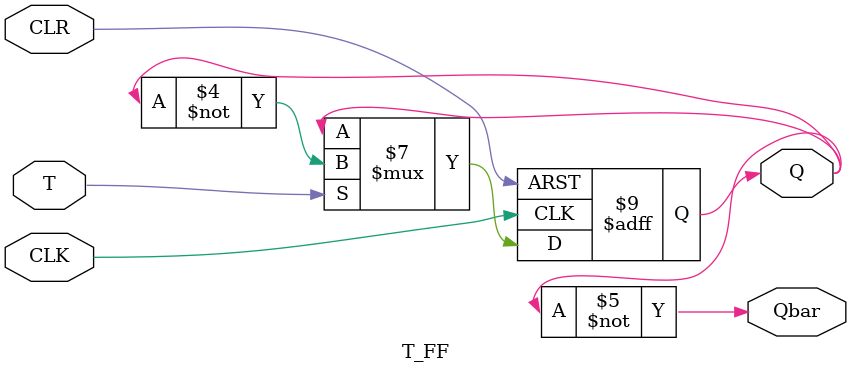
<source format=v>
module T_FF(

  

                    T,
                     
                    CLR,
                    
                    CLK,
                    
                    Q,
                    
                    Qbar);


input  T;

input CLR;

input  CLK;

output reg Q;

output wire Qbar;


  always@(posedge CLK or posedge CLR)

    begin
    
         
      if(CLR==1)
        
            begin
            
                Q<=0;  
              
            end
         
      else if(T==1)
          
            begin 
            
                Q<=~Q;
                
            end
       
         
      else 
          
            begin 
            
                Q<=Q;
                
            end
    end
    
    assign Qbar=~Q;
    
endmodule

</source>
